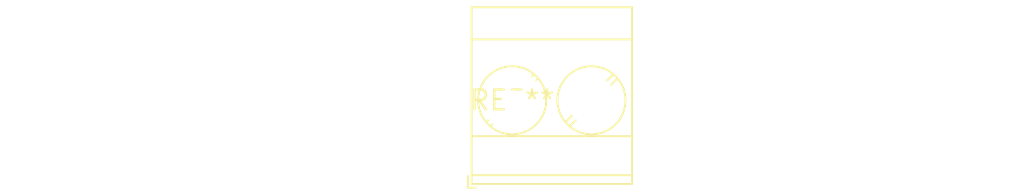
<source format=kicad_pcb>
(kicad_pcb (version 20240108) (generator pcbnew)
  (layers (0 "F.Cu" signal) (31 "B.Cu" signal) (34 "B.Paste" user) (35 "F.Paste" user) (36 "B.SilkS" user "B.Silkscreen") (37 "F.SilkS" user "F.Silkscreen") (38 "B.Mask" user) (39 "F.Mask" user) (44 "Edge.Cuts" user))
  (net 0 "")
  (footprint "TerminalBlock_Phoenix_MKDS-3-2-5.08_1x02_P5.08mm_Horizontal" (layer "F.Cu") (at 0 0)
    (property "Reference" "REF**")
    (property "Value" "TerminalBlock_Phoenix_MKDS-3-2-5.08_1x02_P5.08mm_Horizontal")
    (fp_line (start -2.84 4.86) (end -2.84 5.6) (layer "F.SilkS") (stroke (width 0.12)))
    (fp_line (start -2.84 5.6) (end -2.34 5.6) (layer "F.SilkS") (stroke (width 0.12)))
    (fp_line (start -2.6 -5.96) (end -2.6 5.36) (layer "F.SilkS") (stroke (width 0.12)))
    (fp_line (start -2.6 -5.96) (end 7.68 -5.96) (layer "F.SilkS") (stroke (width 0.12)))
    (fp_line (start -2.6 -3.9) (end 7.68 -3.9) (layer "F.SilkS") (stroke (width 0.12)))
    (fp_line (start -2.6 2.3) (end 7.68 2.3) (layer "F.SilkS") (stroke (width 0.12)))
    (fp_line (start -2.6 4.8) (end 7.68 4.8) (layer "F.SilkS") (stroke (width 0.12)))
    (fp_line (start -2.6 5.36) (end 7.68 5.36) (layer "F.SilkS") (stroke (width 0.12)))
    (fp_line (start -1.548 1.281) (end -1.654 1.388) (layer "F.SilkS") (stroke (width 0.12)))
    (fp_line (start -1.282 1.547) (end -1.388 1.654) (layer "F.SilkS") (stroke (width 0.12)))
    (fp_line (start 1.388 -1.654) (end 1.281 -1.547) (layer "F.SilkS") (stroke (width 0.12)))
    (fp_line (start 1.654 -1.388) (end 1.547 -1.281) (layer "F.SilkS") (stroke (width 0.12)))
    (fp_line (start 3.822 0.992) (end 3.427 1.388) (layer "F.SilkS") (stroke (width 0.12)))
    (fp_line (start 4.073 1.274) (end 3.693 1.654) (layer "F.SilkS") (stroke (width 0.12)))
    (fp_line (start 6.468 -1.654) (end 6.088 -1.274) (layer "F.SilkS") (stroke (width 0.12)))
    (fp_line (start 6.734 -1.388) (end 6.339 -0.992) (layer "F.SilkS") (stroke (width 0.12)))
    (fp_line (start 7.68 -5.96) (end 7.68 5.36) (layer "F.SilkS") (stroke (width 0.12)))
    (fp_circle (center 0 0) (end 2.18 0) (layer "F.SilkS") (stroke (width 0.12)) (fill none))
    (fp_circle (center 5.08 0) (end 7.26 0) (layer "F.SilkS") (stroke (width 0.12)) (fill none))
    (pad "1" thru_hole rect (at 0 0) (size 2.6 2.6) (drill 1.3) (layers *.Cu *.Mask) (remove_unused_layers))
    (pad "2" thru_hole circle (at 5.08 0) (size 2.6 2.6) (drill 1.3) (layers *.Cu *.Mask) (remove_unused_layers))
  )
)
</source>
